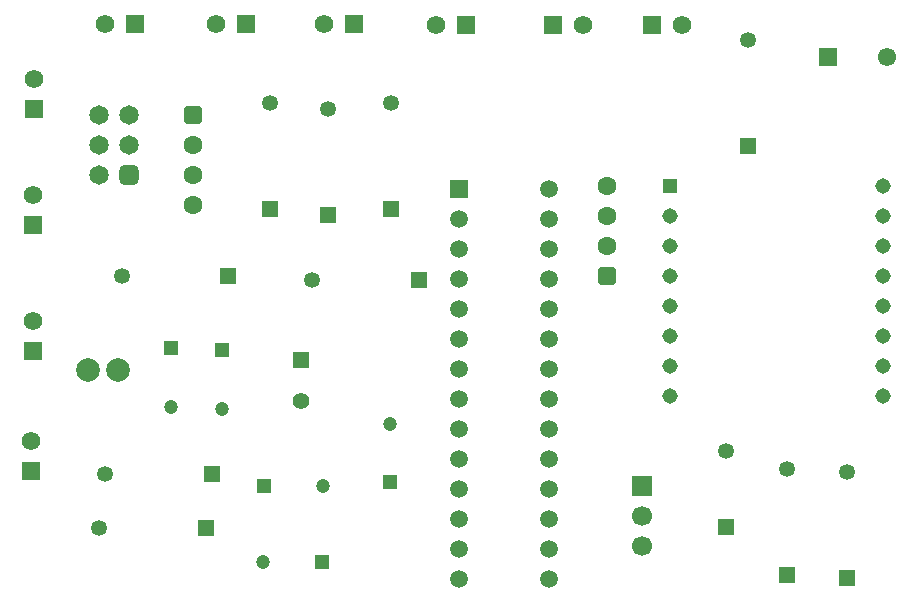
<source format=gbr>
G04*
G04 #@! TF.GenerationSoftware,Altium Limited,Altium Designer,24.10.1 (45)*
G04*
G04 Layer_Color=255*
%FSLAX25Y25*%
%MOIN*%
G70*
G04*
G04 #@! TF.SameCoordinates,82B40839-DE60-4B9F-80D9-4B01C0AB2508*
G04*
G04*
G04 #@! TF.FilePolarity,Positive*
G04*
G01*
G75*
%ADD23C,0.04724*%
%ADD24R,0.04724X0.04724*%
%ADD25C,0.07874*%
%ADD26R,0.04724X0.04724*%
%ADD30C,0.06181*%
%ADD31R,0.06181X0.06181*%
%ADD32C,0.06102*%
%ADD33R,0.06102X0.06102*%
%ADD34R,0.06181X0.06181*%
%ADD44R,0.05315X0.05315*%
%ADD45C,0.05315*%
%ADD46R,0.05512X0.05512*%
%ADD47C,0.05512*%
%ADD48C,0.06693*%
%ADD49R,0.06693X0.06693*%
%ADD50R,0.05315X0.05315*%
%ADD51C,0.05150*%
%ADD52R,0.05150X0.05150*%
%ADD53C,0.06299*%
G04:AMPARAMS|DCode=54|XSize=62.99mil|YSize=62.99mil|CornerRadius=15.75mil|HoleSize=0mil|Usage=FLASHONLY|Rotation=270.000|XOffset=0mil|YOffset=0mil|HoleType=Round|Shape=RoundedRectangle|*
%AMROUNDEDRECTD54*
21,1,0.06299,0.03150,0,0,270.0*
21,1,0.03150,0.06299,0,0,270.0*
1,1,0.03150,-0.01575,-0.01575*
1,1,0.03150,-0.01575,0.01575*
1,1,0.03150,0.01575,0.01575*
1,1,0.03150,0.01575,-0.01575*
%
%ADD54ROUNDEDRECTD54*%
G04:AMPARAMS|DCode=55|XSize=64.96mil|YSize=64.96mil|CornerRadius=16.24mil|HoleSize=0mil|Usage=FLASHONLY|Rotation=90.000|XOffset=0mil|YOffset=0mil|HoleType=Round|Shape=RoundedRectangle|*
%AMROUNDEDRECTD55*
21,1,0.06496,0.03248,0,0,90.0*
21,1,0.03248,0.06496,0,0,90.0*
1,1,0.03248,0.01624,0.01624*
1,1,0.03248,0.01624,-0.01624*
1,1,0.03248,-0.01624,-0.01624*
1,1,0.03248,-0.01624,0.01624*
%
%ADD55ROUNDEDRECTD55*%
%ADD56C,0.06496*%
%ADD57C,0.05906*%
%ADD58R,0.05906X0.05906*%
D23*
X132500Y68500D02*
D03*
X76500Y73657D02*
D03*
X59500Y74157D02*
D03*
X110185Y48000D02*
D03*
X90157Y22500D02*
D03*
D24*
X132500Y49287D02*
D03*
X76500Y93343D02*
D03*
X59500Y93843D02*
D03*
D25*
X32000Y86500D02*
D03*
X42000D02*
D03*
D26*
X90500Y48000D02*
D03*
X109843Y22500D02*
D03*
D30*
X14000Y183500D02*
D03*
X13500Y145000D02*
D03*
Y103000D02*
D03*
X13000Y63000D02*
D03*
X74500Y202000D02*
D03*
X37500D02*
D03*
X148000Y201500D02*
D03*
X230000D02*
D03*
X197000D02*
D03*
X110500Y202000D02*
D03*
D31*
X14000Y173500D02*
D03*
X13500Y135000D02*
D03*
Y93000D02*
D03*
X13000Y53000D02*
D03*
D32*
X298343Y191000D02*
D03*
D33*
X278657D02*
D03*
D34*
X84500Y202000D02*
D03*
X47500D02*
D03*
X158000Y201500D02*
D03*
X220000D02*
D03*
X187000D02*
D03*
X120500Y202000D02*
D03*
D44*
X71217Y34000D02*
D03*
X78717Y118000D02*
D03*
X142217Y116500D02*
D03*
X73217Y52000D02*
D03*
D45*
X35783Y34000D02*
D03*
X43283Y118000D02*
D03*
X244500Y59598D02*
D03*
X265000Y53717D02*
D03*
X285000Y52717D02*
D03*
X252000Y196717D02*
D03*
X106783Y116500D02*
D03*
X112000Y173717D02*
D03*
X37783Y52000D02*
D03*
X133000Y175717D02*
D03*
X92500D02*
D03*
D46*
X103000Y89890D02*
D03*
D47*
Y76110D02*
D03*
D48*
X216500Y28000D02*
D03*
Y38000D02*
D03*
D49*
Y48000D02*
D03*
D50*
X244500Y34402D02*
D03*
X265000Y18283D02*
D03*
X285000Y17283D02*
D03*
X252000Y161283D02*
D03*
X112000Y138283D02*
D03*
X133000Y140283D02*
D03*
X92500D02*
D03*
D51*
X226000Y118000D02*
D03*
Y108000D02*
D03*
X297000Y118000D02*
D03*
Y108000D02*
D03*
X226000Y98000D02*
D03*
Y128000D02*
D03*
X297000D02*
D03*
Y98000D02*
D03*
X226000Y138000D02*
D03*
X297000D02*
D03*
X226000Y88000D02*
D03*
X297000D02*
D03*
Y148000D02*
D03*
X226000Y78000D02*
D03*
X297000D02*
D03*
D52*
X226000Y148000D02*
D03*
D53*
X67000Y161500D02*
D03*
Y151500D02*
D03*
Y141500D02*
D03*
X205000Y128000D02*
D03*
Y138000D02*
D03*
Y148000D02*
D03*
D54*
X67000Y171500D02*
D03*
X205000Y118000D02*
D03*
D55*
X45500Y151500D02*
D03*
D56*
X35500D02*
D03*
X45500Y161500D02*
D03*
Y171500D02*
D03*
X35500Y161500D02*
D03*
Y171500D02*
D03*
D57*
X185500Y17000D02*
D03*
Y27000D02*
D03*
Y37000D02*
D03*
Y47000D02*
D03*
Y57000D02*
D03*
Y67000D02*
D03*
Y77000D02*
D03*
Y87000D02*
D03*
Y97000D02*
D03*
Y107000D02*
D03*
Y117000D02*
D03*
Y127000D02*
D03*
Y137000D02*
D03*
Y147000D02*
D03*
X155500Y17000D02*
D03*
Y27000D02*
D03*
Y37000D02*
D03*
Y47000D02*
D03*
Y57000D02*
D03*
Y67000D02*
D03*
Y77000D02*
D03*
Y87000D02*
D03*
Y97000D02*
D03*
Y107000D02*
D03*
Y117000D02*
D03*
Y127000D02*
D03*
Y137000D02*
D03*
D58*
Y147000D02*
D03*
M02*

</source>
